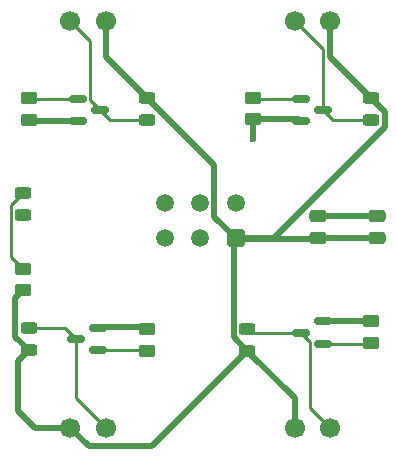
<source format=gbr>
%TF.GenerationSoftware,KiCad,Pcbnew,8.0.5*%
%TF.CreationDate,2024-10-02T10:46:16-05:00*%
%TF.ProjectId,FanBoardPCB,46616e42-6f61-4726-9450-43422e6b6963,rev?*%
%TF.SameCoordinates,Original*%
%TF.FileFunction,Copper,L1,Top*%
%TF.FilePolarity,Positive*%
%FSLAX46Y46*%
G04 Gerber Fmt 4.6, Leading zero omitted, Abs format (unit mm)*
G04 Created by KiCad (PCBNEW 8.0.5) date 2024-10-02 10:46:16*
%MOMM*%
%LPD*%
G01*
G04 APERTURE LIST*
G04 Aperture macros list*
%AMRoundRect*
0 Rectangle with rounded corners*
0 $1 Rounding radius*
0 $2 $3 $4 $5 $6 $7 $8 $9 X,Y pos of 4 corners*
0 Add a 4 corners polygon primitive as box body*
4,1,4,$2,$3,$4,$5,$6,$7,$8,$9,$2,$3,0*
0 Add four circle primitives for the rounded corners*
1,1,$1+$1,$2,$3*
1,1,$1+$1,$4,$5*
1,1,$1+$1,$6,$7*
1,1,$1+$1,$8,$9*
0 Add four rect primitives between the rounded corners*
20,1,$1+$1,$2,$3,$4,$5,0*
20,1,$1+$1,$4,$5,$6,$7,0*
20,1,$1+$1,$6,$7,$8,$9,0*
20,1,$1+$1,$8,$9,$2,$3,0*%
G04 Aperture macros list end*
%TA.AperFunction,SMDPad,CuDef*%
%ADD10RoundRect,0.250000X0.450000X-0.262500X0.450000X0.262500X-0.450000X0.262500X-0.450000X-0.262500X0*%
%TD*%
%TA.AperFunction,SMDPad,CuDef*%
%ADD11RoundRect,0.250000X-0.450000X0.262500X-0.450000X-0.262500X0.450000X-0.262500X0.450000X0.262500X0*%
%TD*%
%TA.AperFunction,SMDPad,CuDef*%
%ADD12RoundRect,0.150000X-0.587500X-0.150000X0.587500X-0.150000X0.587500X0.150000X-0.587500X0.150000X0*%
%TD*%
%TA.AperFunction,ComponentPad*%
%ADD13RoundRect,0.250001X0.499999X0.499999X-0.499999X0.499999X-0.499999X-0.499999X0.499999X-0.499999X0*%
%TD*%
%TA.AperFunction,ComponentPad*%
%ADD14C,1.500000*%
%TD*%
%TA.AperFunction,ComponentPad*%
%ADD15C,1.700000*%
%TD*%
%TA.AperFunction,SMDPad,CuDef*%
%ADD16RoundRect,0.243750X0.456250X-0.243750X0.456250X0.243750X-0.456250X0.243750X-0.456250X-0.243750X0*%
%TD*%
%TA.AperFunction,SMDPad,CuDef*%
%ADD17RoundRect,0.243750X-0.456250X0.243750X-0.456250X-0.243750X0.456250X-0.243750X0.456250X0.243750X0*%
%TD*%
%TA.AperFunction,SMDPad,CuDef*%
%ADD18RoundRect,0.250000X0.475000X-0.250000X0.475000X0.250000X-0.475000X0.250000X-0.475000X-0.250000X0*%
%TD*%
%TA.AperFunction,SMDPad,CuDef*%
%ADD19RoundRect,0.150000X0.587500X0.150000X-0.587500X0.150000X-0.587500X-0.150000X0.587500X-0.150000X0*%
%TD*%
%TA.AperFunction,ViaPad*%
%ADD20C,0.600000*%
%TD*%
%TA.AperFunction,Conductor*%
%ADD21C,0.500000*%
%TD*%
%TA.AperFunction,Conductor*%
%ADD22C,0.250000*%
%TD*%
G04 APERTURE END LIST*
D10*
%TO.P,R9,1*%
%TO.N,+12V*%
X154000000Y-64325000D03*
%TO.P,R9,2*%
%TO.N,Net-(D5-A)*%
X154000000Y-62500000D03*
%TD*%
D11*
%TO.P,R4,1*%
%TO.N,Net-(Q2-G)*%
X173500000Y-48000000D03*
%TO.P,R4,2*%
%TO.N,GNDPWR*%
X173500000Y-49825000D03*
%TD*%
%TO.P,R3,2*%
%TO.N,GNDPWR*%
X154500000Y-49865000D03*
%TO.P,R3,1*%
%TO.N,Net-(Q1-G)*%
X154500000Y-48040000D03*
%TD*%
D12*
%TO.P,Q2,1,G*%
%TO.N,Net-(Q2-G)*%
X177500000Y-48100000D03*
%TO.P,Q2,2,S*%
%TO.N,GNDPWR*%
X177500000Y-50000000D03*
%TO.P,Q2,3,D*%
%TO.N,Net-(D1-A)*%
X179375000Y-49050000D03*
%TD*%
%TO.P,Q1,3,D*%
%TO.N,Net-(D2-A)*%
X160500000Y-49040000D03*
%TO.P,Q1,2,S*%
%TO.N,GNDPWR*%
X158625000Y-49990000D03*
%TO.P,Q1,1,G*%
%TO.N,Net-(Q1-G)*%
X158625000Y-48090000D03*
%TD*%
D13*
%TO.P,J13,1,Pin_1*%
%TO.N,+12V*%
X172000000Y-59920000D03*
D14*
%TO.P,J13,2,Pin_2*%
%TO.N,/FAN1*%
X169000000Y-59920000D03*
%TO.P,J13,3,Pin_3*%
%TO.N,/FAN2*%
X166000000Y-59920000D03*
%TO.P,J13,4,Pin_4*%
%TO.N,GNDPWR*%
X172000000Y-56920000D03*
%TO.P,J13,5,Pin_5*%
%TO.N,/FAN3*%
X169000000Y-56920000D03*
%TO.P,J13,6,Pin_6*%
%TO.N,/FAN4*%
X166000000Y-56920000D03*
%TD*%
D15*
%TO.P,J2,1,Pin_1*%
%TO.N,+12V*%
X180000000Y-41540000D03*
%TO.P,J2,2,Pin_2*%
%TO.N,Net-(D1-A)*%
X177000000Y-41540000D03*
%TD*%
%TO.P,J1,2,Pin_2*%
%TO.N,Net-(D2-A)*%
X158000000Y-41550000D03*
%TO.P,J1,1,Pin_1*%
%TO.N,+12V*%
X161000000Y-41550000D03*
%TD*%
D16*
%TO.P,D5,1,K*%
%TO.N,GNDPWR*%
X154000000Y-57937500D03*
%TO.P,D5,2,A*%
%TO.N,Net-(D5-A)*%
X154000000Y-56062500D03*
%TD*%
D17*
%TO.P,D2,2,A*%
%TO.N,Net-(D2-A)*%
X164500000Y-49915000D03*
%TO.P,D2,1,K*%
%TO.N,+12V*%
X164500000Y-48040000D03*
%TD*%
%TO.P,D1,1,K*%
%TO.N,+12V*%
X183500000Y-48062500D03*
%TO.P,D1,2,A*%
%TO.N,Net-(D1-A)*%
X183500000Y-49937500D03*
%TD*%
D18*
%TO.P,C2,1*%
%TO.N,+12V*%
X179000000Y-59900000D03*
%TO.P,C2,2*%
%TO.N,GNDPWR*%
X179000000Y-58000000D03*
%TD*%
%TO.P,C1,1*%
%TO.N,+12V*%
X184000000Y-59900000D03*
%TO.P,C1,2*%
%TO.N,GNDPWR*%
X184000000Y-58000000D03*
%TD*%
D16*
%TO.P,D3,2,A*%
%TO.N,Net-(D3-A)*%
X173000000Y-67585000D03*
%TO.P,D3,1,K*%
%TO.N,+12V*%
X173000000Y-69460000D03*
%TD*%
D10*
%TO.P,R2,1*%
%TO.N,Net-(Q4-G)*%
X183500000Y-68785000D03*
%TO.P,R2,2*%
%TO.N,GNDPWR*%
X183500000Y-66960000D03*
%TD*%
D15*
%TO.P,J3,2,Pin_2*%
%TO.N,Net-(D3-A)*%
X180000000Y-75960000D03*
%TO.P,J3,1,Pin_1*%
%TO.N,+12V*%
X177000000Y-75960000D03*
%TD*%
D19*
%TO.P,Q4,3,D*%
%TO.N,Net-(D3-A)*%
X177500000Y-67910000D03*
%TO.P,Q4,2,S*%
%TO.N,GNDPWR*%
X179375000Y-66960000D03*
%TO.P,Q4,1,G*%
%TO.N,Net-(Q4-G)*%
X179375000Y-68860000D03*
%TD*%
%TO.P,Q3,1,G*%
%TO.N,Net-(Q3-G)*%
X160375000Y-69410000D03*
%TO.P,Q3,2,S*%
%TO.N,GNDPWR*%
X160375000Y-67510000D03*
%TO.P,Q3,3,D*%
%TO.N,Net-(D4-A)*%
X158500000Y-68460000D03*
%TD*%
D10*
%TO.P,R1,2*%
%TO.N,GNDPWR*%
X164500000Y-67635000D03*
%TO.P,R1,1*%
%TO.N,Net-(Q3-G)*%
X164500000Y-69460000D03*
%TD*%
D16*
%TO.P,D4,2,A*%
%TO.N,Net-(D4-A)*%
X154500000Y-67522500D03*
%TO.P,D4,1,K*%
%TO.N,+12V*%
X154500000Y-69397500D03*
%TD*%
D15*
%TO.P,J4,2,Pin_2*%
%TO.N,Net-(D4-A)*%
X161000000Y-75960000D03*
%TO.P,J4,1,Pin_1*%
%TO.N,+12V*%
X158000000Y-75960000D03*
%TD*%
D20*
%TO.N,GNDPWR*%
X154500000Y-49865000D03*
X184000000Y-58000000D03*
X154000000Y-57937500D03*
X164500000Y-67635000D03*
X183500000Y-66960000D03*
%TO.N,Net-(Q2-G)*%
X173600000Y-48100000D03*
%TO.N,Net-(Q1-G)*%
X154500000Y-48040000D03*
%TO.N,Net-(Q3-G)*%
X164500000Y-69460000D03*
%TO.N,Net-(Q4-G)*%
X183487500Y-68860000D03*
%TO.N,GNDPWR*%
X173500000Y-51500000D03*
%TD*%
D21*
%TO.N,GNDPWR*%
X184000000Y-58000000D02*
X179000000Y-58000000D01*
X183500000Y-66960000D02*
X179375000Y-66960000D01*
X177325000Y-49825000D02*
X177500000Y-50000000D01*
X173500000Y-49825000D02*
X177325000Y-49825000D01*
X173500000Y-49825000D02*
X173500000Y-51500000D01*
X154625000Y-49990000D02*
X154500000Y-49865000D01*
X158625000Y-49990000D02*
X154625000Y-49990000D01*
%TO.N,+12V*%
X175205364Y-59920000D02*
X172000000Y-59920000D01*
X184650000Y-50475364D02*
X175205364Y-59920000D01*
X184650000Y-49212500D02*
X184650000Y-50475364D01*
X183500000Y-48062500D02*
X184650000Y-49212500D01*
X170200000Y-58120000D02*
X172000000Y-59920000D01*
X170200000Y-53740000D02*
X170200000Y-58120000D01*
X164500000Y-48040000D02*
X170200000Y-53740000D01*
X171850000Y-68310000D02*
X173000000Y-69460000D01*
X171850000Y-60070000D02*
X171850000Y-68310000D01*
X172000000Y-59920000D02*
X171850000Y-60070000D01*
X153350000Y-64975000D02*
X153350000Y-68247500D01*
X154000000Y-64325000D02*
X153350000Y-64975000D01*
X153350000Y-68247500D02*
X154500000Y-69397500D01*
D22*
%TO.N,Net-(D1-A)*%
X180262500Y-49937500D02*
X179375000Y-49050000D01*
X183500000Y-49937500D02*
X180262500Y-49937500D01*
%TO.N,Net-(D3-A)*%
X173325000Y-67910000D02*
X173000000Y-67585000D01*
X177500000Y-67910000D02*
X173325000Y-67910000D01*
D21*
%TO.N,GNDPWR*%
X160425000Y-67460000D02*
X160375000Y-67510000D01*
X164325000Y-67460000D02*
X164500000Y-67635000D01*
X160425000Y-67460000D02*
X164325000Y-67460000D01*
D22*
%TO.N,Net-(D5-A)*%
X152975000Y-57087500D02*
X152975000Y-61475000D01*
X152975000Y-61475000D02*
X154000000Y-62500000D01*
X154000000Y-56062500D02*
X152975000Y-57087500D01*
%TO.N,Net-(D1-A)*%
X179375000Y-43915000D02*
X179375000Y-49050000D01*
X177000000Y-41540000D02*
X179375000Y-43915000D01*
D21*
%TO.N,+12V*%
X180000000Y-44562500D02*
X183500000Y-48062500D01*
D22*
%TO.N,Net-(Q2-G)*%
X173600000Y-48100000D02*
X173500000Y-48000000D01*
X177500000Y-48100000D02*
X173600000Y-48100000D01*
%TO.N,Net-(Q1-G)*%
X154550000Y-48090000D02*
X154500000Y-48040000D01*
X158625000Y-48090000D02*
X154550000Y-48090000D01*
%TO.N,Net-(D2-A)*%
X161375000Y-49915000D02*
X160500000Y-49040000D01*
X164500000Y-49915000D02*
X161375000Y-49915000D01*
X159687500Y-48227500D02*
X160500000Y-49040000D01*
X159687500Y-43237500D02*
X159687500Y-48227500D01*
X158000000Y-41550000D02*
X159687500Y-43237500D01*
D21*
%TO.N,+12V*%
X161000000Y-44540000D02*
X164500000Y-48040000D01*
X161000000Y-41550000D02*
X161000000Y-44540000D01*
X154995657Y-75960000D02*
X153611000Y-74575343D01*
X153611000Y-70286500D02*
X154500000Y-69397500D01*
X158000000Y-75960000D02*
X154995657Y-75960000D01*
X153611000Y-74575343D02*
X153611000Y-70286500D01*
X159550000Y-77510000D02*
X158000000Y-75960000D01*
X173000000Y-69460000D02*
X164950000Y-77510000D01*
X164950000Y-77510000D02*
X159550000Y-77510000D01*
X177000000Y-73460000D02*
X177000000Y-75960000D01*
X173000000Y-69460000D02*
X177000000Y-73460000D01*
X179000000Y-59900000D02*
X184000000Y-59900000D01*
X178500000Y-60000000D02*
X178900000Y-60000000D01*
X178900000Y-60000000D02*
X179000000Y-59900000D01*
X172000000Y-60000000D02*
X178500000Y-60000000D01*
X180000000Y-41540000D02*
X180000000Y-44562500D01*
D22*
%TO.N,Net-(D4-A)*%
X157562500Y-67522500D02*
X158500000Y-68460000D01*
%TO.N,Net-(D3-A)*%
X180000000Y-75960000D02*
X178312500Y-74272500D01*
X178312500Y-74272500D02*
X178312500Y-68722500D01*
X178312500Y-68722500D02*
X177500000Y-67910000D01*
%TO.N,Net-(Q4-G)*%
X179375000Y-68860000D02*
X183487500Y-68860000D01*
%TO.N,Net-(Q3-G)*%
X160375000Y-69410000D02*
X164450000Y-69410000D01*
X164450000Y-69410000D02*
X164500000Y-69460000D01*
%TO.N,Net-(D4-A)*%
X154500000Y-67522500D02*
X157562500Y-67522500D01*
X161000000Y-75960000D02*
X158500000Y-73460000D01*
X158500000Y-73460000D02*
X158500000Y-68460000D01*
%TD*%
M02*

</source>
